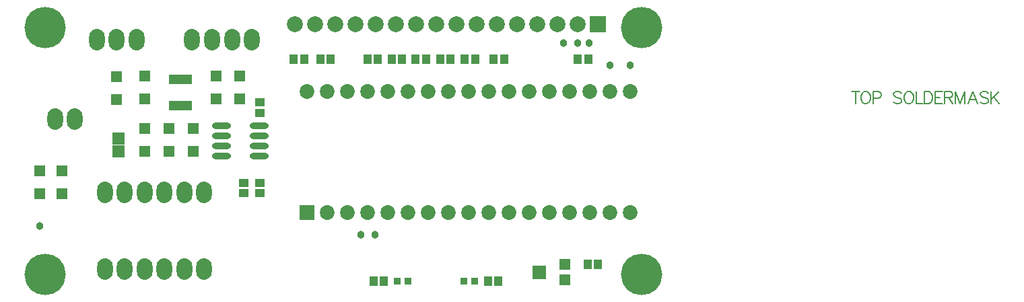
<source format=gts>
G04 Layer_Color=8388736*
%FSLAX43Y43*%
%MOMM*%
G71*
G01*
G75*
%ADD28C,0.178*%
%ADD41C,0.800*%
%ADD42C,0.965*%
%ADD43O,2.403X0.803*%
%ADD44R,1.403X1.403*%
%ADD45R,1.703X1.803*%
%ADD46R,0.703X0.703*%
%ADD47R,0.965X0.965*%
%ADD48R,1.403X1.403*%
%ADD49R,1.603X1.503*%
%ADD50R,1.103X1.203*%
%ADD51R,1.053X1.153*%
%ADD52R,1.203X1.103*%
%ADD53R,1.153X1.053*%
%ADD54C,2.003*%
%ADD55R,2.003X2.003*%
%ADD56C,5.203*%
%ADD57O,1.953X2.703*%
%ADD58R,1.854X1.854*%
%ADD59C,1.854*%
G36*
X91024Y65186D02*
X88149D01*
Y66386D01*
X91024D01*
Y65186D01*
D02*
G37*
G36*
X91008Y68488D02*
X88133D01*
Y69688D01*
X91008D01*
Y68488D01*
D02*
G37*
D28*
X174498Y67564D02*
Y66040D01*
X173990Y67564D02*
X175006D01*
X175623D02*
X175477Y67491D01*
X175332Y67346D01*
X175260Y67201D01*
X175187Y66983D01*
Y66620D01*
X175260Y66403D01*
X175332Y66258D01*
X175477Y66113D01*
X175623Y66040D01*
X175913D01*
X176058Y66113D01*
X176203Y66258D01*
X176276Y66403D01*
X176348Y66620D01*
Y66983D01*
X176276Y67201D01*
X176203Y67346D01*
X176058Y67491D01*
X175913Y67564D01*
X175623D01*
X176704Y66766D02*
X177357D01*
X177574Y66838D01*
X177647Y66911D01*
X177719Y67056D01*
Y67273D01*
X177647Y67419D01*
X177574Y67491D01*
X177357Y67564D01*
X176704D01*
Y66040D01*
X180273Y67346D02*
X180128Y67491D01*
X179911Y67564D01*
X179620D01*
X179403Y67491D01*
X179258Y67346D01*
Y67201D01*
X179330Y67056D01*
X179403Y66983D01*
X179548Y66911D01*
X179983Y66766D01*
X180128Y66693D01*
X180201Y66620D01*
X180273Y66475D01*
Y66258D01*
X180128Y66113D01*
X179911Y66040D01*
X179620D01*
X179403Y66113D01*
X179258Y66258D01*
X181050Y67564D02*
X180905Y67491D01*
X180759Y67346D01*
X180687Y67201D01*
X180614Y66983D01*
Y66620D01*
X180687Y66403D01*
X180759Y66258D01*
X180905Y66113D01*
X181050Y66040D01*
X181340D01*
X181485Y66113D01*
X181630Y66258D01*
X181703Y66403D01*
X181775Y66620D01*
Y66983D01*
X181703Y67201D01*
X181630Y67346D01*
X181485Y67491D01*
X181340Y67564D01*
X181050D01*
X182131D02*
Y66040D01*
X183001D01*
X183168Y67564D02*
Y66040D01*
Y67564D02*
X183676D01*
X183894Y67491D01*
X184039Y67346D01*
X184112Y67201D01*
X184184Y66983D01*
Y66620D01*
X184112Y66403D01*
X184039Y66258D01*
X183894Y66113D01*
X183676Y66040D01*
X183168D01*
X185468Y67564D02*
X184525D01*
Y66040D01*
X185468D01*
X184525Y66838D02*
X185106D01*
X185722Y67564D02*
Y66040D01*
Y67564D02*
X186375D01*
X186593Y67491D01*
X186666Y67419D01*
X186738Y67273D01*
Y67128D01*
X186666Y66983D01*
X186593Y66911D01*
X186375Y66838D01*
X185722D01*
X186230D02*
X186738Y66040D01*
X187079Y67564D02*
Y66040D01*
Y67564D02*
X187660Y66040D01*
X188240Y67564D02*
X187660Y66040D01*
X188240Y67564D02*
Y66040D01*
X189836D02*
X189256Y67564D01*
X188675Y66040D01*
X188893Y66548D02*
X189619D01*
X191208Y67346D02*
X191062Y67491D01*
X190845Y67564D01*
X190555D01*
X190337Y67491D01*
X190192Y67346D01*
Y67201D01*
X190264Y67056D01*
X190337Y66983D01*
X190482Y66911D01*
X190917Y66766D01*
X191062Y66693D01*
X191135Y66620D01*
X191208Y66475D01*
Y66258D01*
X191062Y66113D01*
X190845Y66040D01*
X190555D01*
X190337Y66113D01*
X190192Y66258D01*
X191549Y67564D02*
Y66040D01*
X192564Y67564D02*
X191549Y66548D01*
X191911Y66911D02*
X192564Y66040D01*
D41*
X137795Y73660D02*
D03*
X139540D02*
D03*
X140970D02*
D03*
D42*
X139540D02*
D03*
X143637Y70866D02*
D03*
X71882Y50673D02*
D03*
X114046Y49530D02*
D03*
X112268D02*
D03*
X140970Y73660D02*
D03*
X146177Y70866D02*
D03*
X137795Y73660D02*
D03*
D43*
X99542Y59436D02*
D03*
Y60706D02*
D03*
Y61976D02*
D03*
Y63246D02*
D03*
X94742Y59436D02*
D03*
Y60706D02*
D03*
Y61976D02*
D03*
Y63246D02*
D03*
D44*
X137948Y45831D02*
D03*
Y43831D02*
D03*
X85080Y69510D02*
D03*
X81580Y69440D02*
D03*
X85090Y60038D02*
D03*
X88138D02*
D03*
X91186D02*
D03*
X74676Y57564D02*
D03*
X71882D02*
D03*
X97080Y69510D02*
D03*
X94080D02*
D03*
D45*
X134748Y44831D02*
D03*
D46*
X88722Y69088D02*
D03*
X90408D02*
D03*
X88738Y65786D02*
D03*
X90424D02*
D03*
D47*
X116840Y43688D02*
D03*
X118237D02*
D03*
X126619D02*
D03*
X125222D02*
D03*
D48*
X85080Y66650D02*
D03*
X81580Y66580D02*
D03*
X85090Y62898D02*
D03*
X88138D02*
D03*
X91186D02*
D03*
X74676Y54704D02*
D03*
X71882D02*
D03*
X97080Y66650D02*
D03*
X94080D02*
D03*
D49*
X81788Y61633D02*
D03*
Y60033D02*
D03*
D50*
X139533Y71628D02*
D03*
X140883D02*
D03*
X130355D02*
D03*
X129005D02*
D03*
X120536D02*
D03*
X119186D02*
D03*
D51*
X142128Y45847D02*
D03*
X140828D02*
D03*
X105156Y71628D02*
D03*
X103856D02*
D03*
X114440D02*
D03*
X113140D02*
D03*
X108473D02*
D03*
X107173D02*
D03*
X126647D02*
D03*
X125347D02*
D03*
X115204Y43688D02*
D03*
X113904D02*
D03*
X128270D02*
D03*
X129570D02*
D03*
X116188Y71628D02*
D03*
X117488D02*
D03*
X122284D02*
D03*
X123584D02*
D03*
D52*
X99568Y66207D02*
D03*
Y64857D02*
D03*
D53*
X97584Y56094D02*
D03*
Y54794D02*
D03*
X99584Y56094D02*
D03*
Y54794D02*
D03*
D54*
X103980Y76080D02*
D03*
X106520D02*
D03*
X109060D02*
D03*
X111600D02*
D03*
X114140D02*
D03*
X116680D02*
D03*
X119220D02*
D03*
X121760D02*
D03*
X124300D02*
D03*
X126840D02*
D03*
X129380D02*
D03*
X131920D02*
D03*
X134460D02*
D03*
X137000D02*
D03*
X139540D02*
D03*
D55*
X142080D02*
D03*
D56*
X147580Y75580D02*
D03*
Y44580D02*
D03*
X72580D02*
D03*
Y75580D02*
D03*
D57*
X91080Y74080D02*
D03*
X96080D02*
D03*
X98580D02*
D03*
X93580D02*
D03*
X76330Y64080D02*
D03*
X73830D02*
D03*
X81580Y74080D02*
D03*
X84080D02*
D03*
X79080D02*
D03*
X80090Y45212D02*
D03*
X82590D02*
D03*
X85090D02*
D03*
X90090D02*
D03*
X92590D02*
D03*
X87590D02*
D03*
X80090Y54864D02*
D03*
X82590D02*
D03*
X85090D02*
D03*
X90090D02*
D03*
X92590D02*
D03*
X87590D02*
D03*
D58*
X105520Y52340D02*
D03*
D59*
X108060D02*
D03*
X110600D02*
D03*
X113140D02*
D03*
X115680D02*
D03*
X118220D02*
D03*
X120760D02*
D03*
X123300D02*
D03*
X125840D02*
D03*
X128380D02*
D03*
X130920D02*
D03*
X133460D02*
D03*
X136000D02*
D03*
X138540D02*
D03*
X141080D02*
D03*
X143620D02*
D03*
X146160D02*
D03*
Y67580D02*
D03*
X143620D02*
D03*
X141080D02*
D03*
X138540D02*
D03*
X136000D02*
D03*
X133460D02*
D03*
X130920D02*
D03*
X128380D02*
D03*
X125840D02*
D03*
X123300D02*
D03*
X120760D02*
D03*
X118220D02*
D03*
X115680D02*
D03*
X113140D02*
D03*
X110600D02*
D03*
X108060D02*
D03*
X105520D02*
D03*
M02*

</source>
